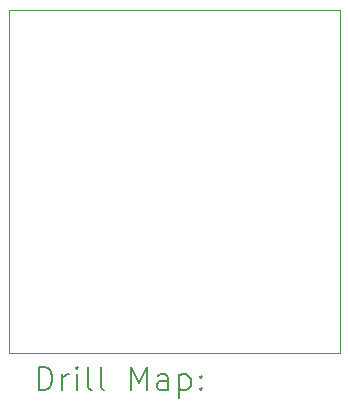
<source format=gbr>
%TF.GenerationSoftware,KiCad,Pcbnew,6.0.11+dfsg-1~bpo11+1*%
%TF.CreationDate,2023-06-10T16:53:40+02:00*%
%TF.ProjectId,myschematic,6d797363-6865-46d6-9174-69632e6b6963,rev?*%
%TF.SameCoordinates,Original*%
%TF.FileFunction,Drillmap*%
%TF.FilePolarity,Positive*%
%FSLAX45Y45*%
G04 Gerber Fmt 4.5, Leading zero omitted, Abs format (unit mm)*
G04 Created by KiCad (PCBNEW 6.0.11+dfsg-1~bpo11+1) date 2023-06-10 16:53:40*
%MOMM*%
%LPD*%
G01*
G04 APERTURE LIST*
%ADD10C,0.100000*%
%ADD11C,0.200000*%
G04 APERTURE END LIST*
D10*
X4500000Y-6200000D02*
X1700000Y-6200000D01*
X1700000Y-6200000D02*
X1700000Y-3300000D01*
X1700000Y-3300000D02*
X4500000Y-3300000D01*
X4500000Y-3300000D02*
X4500000Y-6200000D01*
D11*
X1952619Y-6515476D02*
X1952619Y-6315476D01*
X2000238Y-6315476D01*
X2028809Y-6325000D01*
X2047857Y-6344048D01*
X2057381Y-6363095D01*
X2066905Y-6401190D01*
X2066905Y-6429762D01*
X2057381Y-6467857D01*
X2047857Y-6486905D01*
X2028809Y-6505952D01*
X2000238Y-6515476D01*
X1952619Y-6515476D01*
X2152619Y-6515476D02*
X2152619Y-6382143D01*
X2152619Y-6420238D02*
X2162143Y-6401190D01*
X2171667Y-6391667D01*
X2190714Y-6382143D01*
X2209762Y-6382143D01*
X2276429Y-6515476D02*
X2276429Y-6382143D01*
X2276429Y-6315476D02*
X2266905Y-6325000D01*
X2276429Y-6334524D01*
X2285952Y-6325000D01*
X2276429Y-6315476D01*
X2276429Y-6334524D01*
X2400238Y-6515476D02*
X2381190Y-6505952D01*
X2371667Y-6486905D01*
X2371667Y-6315476D01*
X2505000Y-6515476D02*
X2485952Y-6505952D01*
X2476429Y-6486905D01*
X2476429Y-6315476D01*
X2733571Y-6515476D02*
X2733571Y-6315476D01*
X2800238Y-6458333D01*
X2866905Y-6315476D01*
X2866905Y-6515476D01*
X3047857Y-6515476D02*
X3047857Y-6410714D01*
X3038333Y-6391667D01*
X3019286Y-6382143D01*
X2981190Y-6382143D01*
X2962143Y-6391667D01*
X3047857Y-6505952D02*
X3028809Y-6515476D01*
X2981190Y-6515476D01*
X2962143Y-6505952D01*
X2952619Y-6486905D01*
X2952619Y-6467857D01*
X2962143Y-6448809D01*
X2981190Y-6439286D01*
X3028809Y-6439286D01*
X3047857Y-6429762D01*
X3143095Y-6382143D02*
X3143095Y-6582143D01*
X3143095Y-6391667D02*
X3162143Y-6382143D01*
X3200238Y-6382143D01*
X3219286Y-6391667D01*
X3228809Y-6401190D01*
X3238333Y-6420238D01*
X3238333Y-6477381D01*
X3228809Y-6496428D01*
X3219286Y-6505952D01*
X3200238Y-6515476D01*
X3162143Y-6515476D01*
X3143095Y-6505952D01*
X3324048Y-6496428D02*
X3333571Y-6505952D01*
X3324048Y-6515476D01*
X3314524Y-6505952D01*
X3324048Y-6496428D01*
X3324048Y-6515476D01*
X3324048Y-6391667D02*
X3333571Y-6401190D01*
X3324048Y-6410714D01*
X3314524Y-6401190D01*
X3324048Y-6391667D01*
X3324048Y-6410714D01*
M02*

</source>
